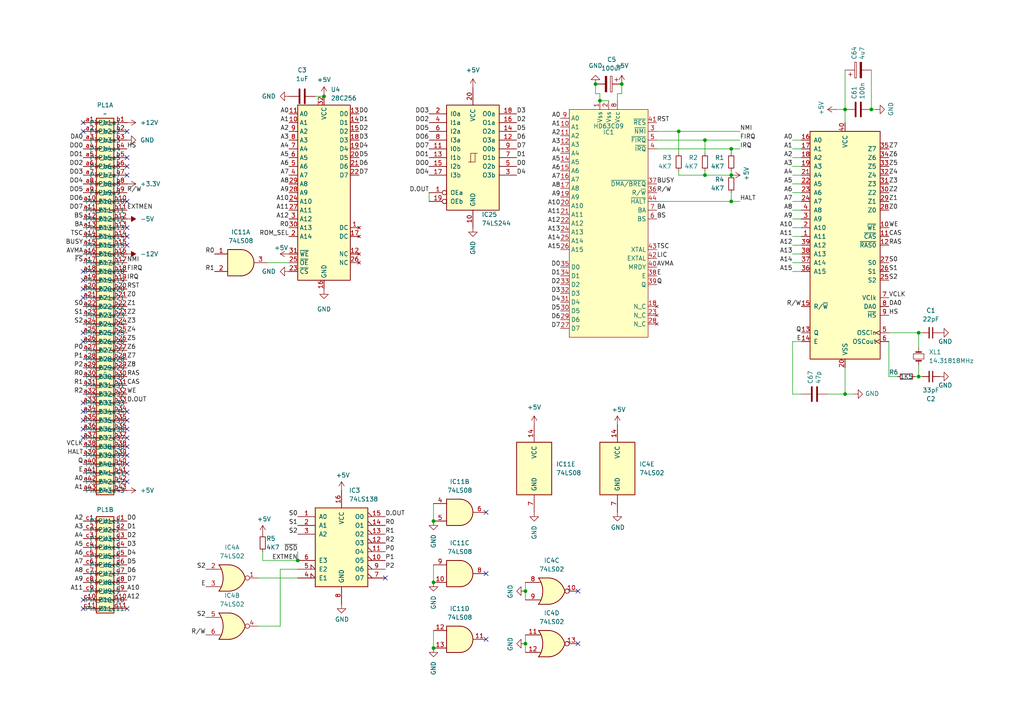
<source format=kicad_sch>
(kicad_sch (version 20250114) (generator "eeschema") (generator_version "9.0")
  (paper "A4")
  (junction (at 152.4 186.69))
  (junction (at 212.09 43.18))
  (junction (at 266.446 109.22))
  (junction (at 180.34 24.384))
  (junction (at 172.72 24.384))
  (junction (at 204.47 40.64))
  (junction (at 152.4 171.45))
  (junction (at 266.446 96.52))
  (junction (at 125.73 151.13))
  (junction (at 196.85 38.1))
  (junction (at 252.73 31.75))
  (junction (at 125.73 168.91))
  (junction (at 245.11 114.3))
  (junction (at 212.09 50.8))
  (junction (at 93.98 27.94))
  (junction (at 173.99 29.21))
  (junction (at 245.11 31.75))
  (junction (at 125.73 187.96))
  (junction (at 86.36 162.56))
  (junction (at 212.09 58.42))
  (junction (at 204.47 50.8))
  (no_connect (at 24.13 176.53))
  (no_connect (at 24.13 127))
  (no_connect (at 140.97 185.42))
  (no_connect (at 24.13 173.99))
  (no_connect (at 24.13 83.82))
  (no_connect (at 140.97 148.59))
  (no_connect (at 36.83 38.1))
  (no_connect (at 24.13 38.1))
  (no_connect (at 36.83 121.92))
  (no_connect (at 24.13 119.38))
  (no_connect (at 24.13 96.52))
  (no_connect (at 36.83 48.26))
  (no_connect (at 36.83 124.46))
  (no_connect (at 24.13 81.28))
  (no_connect (at 24.13 124.46))
  (no_connect (at 36.83 50.8))
  (no_connect (at 111.76 167.64))
  (no_connect (at 36.83 137.16))
  (no_connect (at 36.83 71.12))
  (no_connect (at 24.13 121.92))
  (no_connect (at 36.83 45.72))
  (no_connect (at 36.83 132.08))
  (no_connect (at 36.83 176.53))
  (no_connect (at 36.83 68.58))
  (no_connect (at 167.64 186.69))
  (no_connect (at 24.13 99.06))
  (no_connect (at 24.13 35.56))
  (no_connect (at 140.97 166.37))
  (no_connect (at 36.83 127))
  (no_connect (at 36.83 119.38))
  (no_connect (at 24.13 78.74))
  (no_connect (at 167.64 171.45))
  (no_connect (at 36.83 139.7))
  (no_connect (at 36.83 66.04))
  (no_connect (at 24.13 86.36))
  (no_connect (at 36.83 58.42))
  (no_connect (at 24.13 116.84))
  (no_connect (at 36.83 129.54))
  (no_connect (at 36.83 134.62))
  (wire (pts (xy 245.11 31.75) (xy 242.57 31.75)))
  (wire (pts (xy 152.4 168.91) (xy 152.4 171.45)))
  (wire (pts (xy 266.446 105.918) (xy 266.446 109.22)))
  (wire (pts (xy 125.73 146.05) (xy 125.73 151.13)))
  (wire (pts (xy 232.41 53.34) (xy 229.87 53.34)))
  (wire (pts (xy 232.41 68.58) (xy 229.87 68.58)))
  (wire (pts (xy 93.98 27.94) (xy 91.44 27.94)))
  (wire (pts (xy 152.4 171.45) (xy 152.4 173.99)))
  (wire (pts (xy 81.28 181.61) (xy 74.93 181.61)))
  (wire (pts (xy 257.81 109.22) (xy 260.35 109.22)))
  (wire (pts (xy 93.98 84.074) (xy 93.98 83.82)))
  (wire (pts (xy 214.63 38.1) (xy 196.85 38.1)))
  (wire (pts (xy 229.87 99.06) (xy 232.41 99.06)))
  (wire (pts (xy 214.63 58.42) (xy 212.09 58.42)))
  (wire (pts (xy 124.46 55.88) (xy 124.46 58.42)))
  (wire (pts (xy 267.462 96.52) (xy 266.446 96.52)))
  (wire (pts (xy 232.41 58.42) (xy 229.87 58.42)))
  (wire (pts (xy 214.63 40.64) (xy 204.47 40.64)))
  (wire (pts (xy 93.98 27.686) (xy 93.98 27.94)))
  (wire (pts (xy 229.87 50.8) (xy 232.41 50.8)))
  (wire (pts (xy 173.99 29.21) (xy 173.99 27.178)))
  (wire (pts (xy 245.11 20.32) (xy 245.11 31.75)))
  (wire (pts (xy 190.5 58.42) (xy 212.09 58.42)))
  (wire (pts (xy 152.4 186.69) (xy 152.4 189.23)))
  (wire (pts (xy 190.5 43.18) (xy 212.09 43.18)))
  (wire (pts (xy 266.446 96.52) (xy 266.446 100.838)))
  (wire (pts (xy 76.2 162.56) (xy 86.36 162.56)))
  (wire (pts (xy 245.11 35.56) (xy 245.11 31.75)))
  (wire (pts (xy 196.85 44.45) (xy 196.85 38.1)))
  (wire (pts (xy 257.81 99.06) (xy 257.81 109.22)))
  (wire (pts (xy 245.11 114.3) (xy 245.11 106.68)))
  (wire (pts (xy 214.63 43.18) (xy 212.09 43.18)))
  (wire (pts (xy 190.5 40.64) (xy 204.47 40.64)))
  (wire (pts (xy 232.41 78.74) (xy 229.87 78.74)))
  (wire (pts (xy 229.87 76.2) (xy 232.41 76.2)))
  (wire (pts (xy 229.87 55.88) (xy 232.41 55.88)))
  (wire (pts (xy 173.99 27.178) (xy 172.72 27.178)))
  (wire (pts (xy 86.36 160.02) (xy 86.36 162.56)))
  (wire (pts (xy 76.2 160.02) (xy 76.2 162.56)))
  (wire (pts (xy 229.87 60.96) (xy 232.41 60.96)))
  (wire (pts (xy 204.47 49.53) (xy 204.47 50.8)))
  (wire (pts (xy 179.07 27.178) (xy 180.34 27.178)))
  (wire (pts (xy 204.47 44.45) (xy 204.47 40.64)))
  (wire (pts (xy 179.07 29.21) (xy 179.07 27.178)))
  (wire (pts (xy 180.34 27.178) (xy 180.34 24.384)))
  (wire (pts (xy 190.5 38.1) (xy 196.85 38.1)))
  (wire (pts (xy 204.47 50.8) (xy 196.85 50.8)))
  (wire (pts (xy 232.41 48.26) (xy 229.87 48.26)))
  (wire (pts (xy 83.82 76.2) (xy 77.47 76.2)))
  (wire (pts (xy 86.36 167.64) (xy 74.93 167.64)))
  (wire (pts (xy 81.28 165.1) (xy 86.36 165.1)))
  (wire (pts (xy 125.73 182.88) (xy 125.73 187.96)))
  (wire (pts (xy 152.4 184.15) (xy 152.4 186.69)))
  (wire (pts (xy 212.09 49.53) (xy 212.09 50.8)))
  (wire (pts (xy 232.41 63.5) (xy 229.87 63.5)))
  (wire (pts (xy 204.47 50.8) (xy 212.09 50.8)))
  (wire (pts (xy 229.87 114.3) (xy 229.87 99.06)))
  (wire (pts (xy 81.28 165.1) (xy 81.28 181.61)))
  (wire (pts (xy 267.462 109.22) (xy 266.446 109.22)))
  (wire (pts (xy 252.73 20.32) (xy 252.73 31.75)))
  (wire (pts (xy 172.72 27.178) (xy 172.72 24.384)))
  (wire (pts (xy 240.03 114.3) (xy 245.11 114.3)))
  (wire (pts (xy 232.41 43.18) (xy 229.87 43.18)))
  (wire (pts (xy 266.446 109.22) (xy 265.43 109.22)))
  (wire (pts (xy 125.73 163.83) (xy 125.73 168.91)))
  (wire (pts (xy 196.85 50.8) (xy 196.85 49.53)))
  (wire (pts (xy 229.87 45.72) (xy 232.41 45.72)))
  (wire (pts (xy 173.99 29.21) (xy 176.53 29.21)))
  (wire (pts (xy 212.09 44.45) (xy 212.09 43.18)))
  (wire (pts (xy 247.65 114.3) (xy 245.11 114.3)))
  (wire (pts (xy 266.446 96.52) (xy 257.81 96.52)))
  (wire (pts (xy 252.73 31.75) (xy 254 31.75)))
  (wire (pts (xy 232.41 114.3) (xy 229.87 114.3)))
  (wire (pts (xy 232.41 73.66) (xy 229.87 73.66)))
  (wire (pts (xy 229.87 40.64) (xy 232.41 40.64)))
  (wire (pts (xy 229.87 66.04) (xy 232.41 66.04)))
  (wire (pts (xy 229.87 71.12) (xy 232.41 71.12)))
  (wire (pts (xy 212.09 58.42) (xy 212.09 55.88)))
  (label "A3" (at 162.56 41.91 180))
  (label "E" (at 190.5 80.01 0))
  (label "A4" (at 162.56 44.45 180))
  (label "A7" (at 229.87 58.42 180))
  (label "Q" (at 190.5 82.55 0))
  (label "A14" (at 229.87 76.2 180))
  (label "R{slash}W" (at 190.5 55.88 0))
  (label "D1" (at 36.83 153.67 0))
  (label "A3" (at 229.87 48.26 180))
  (label "A9" (at 229.87 63.5 180))
  (label "A11" (at 83.82 60.96 180))
  (label "A7" (at 83.82 50.8 180))
  (label "Z5" (at 257.81 48.26 0))
  (label "A7" (at 162.56 52.07 180))
  (label "DO3" (at 24.13 50.8 180))
  (label "FIRQ" (at 214.63 40.64 0))
  (label "CAS" (at 257.81 68.58 0))
  (label "D.OUT" (at 124.46 55.88 180))
  (label "DO4" (at 124.46 50.8 180))
  (label "A1" (at 162.56 36.83 180))
  (label "R1" (at 111.76 154.94 0))
  (label "D5" (at 104.14 45.72 0))
  (label "EXTMEN" (at 86.36 162.56 180))
  (label "A4" (at 83.82 43.18 180))
  (label "ROM_SEL" (at 83.82 68.58 180))
  (label "Z2" (at 36.83 91.44 0))
  (label "BA" (at 190.5 60.96 0))
  (label "P2" (at 24.13 106.68 180))
  (label "A6" (at 229.87 55.88 180))
  (label "Z5" (at 36.83 99.06 0))
  (label "A11" (at 162.56 62.23 180))
  (label "R0" (at 111.76 152.4 0))
  (label "P2" (at 111.76 165.1 0))
  (label "HS" (at 36.83 43.18 0))
  (label "A5" (at 162.56 46.99 180))
  (label "DO7" (at 24.13 60.96 180))
  (label "A12" (at 36.83 173.99 0))
  (label "A3" (at 24.13 153.67 180))
  (label "R2" (at 111.76 157.48 0))
  (label "E" (at 59.69 170.18 180))
  (label "A6" (at 162.56 49.53 180))
  (label "DO1" (at 24.13 45.72 180))
  (label "FIRQ" (at 36.83 78.74 0))
  (label "A2" (at 229.87 45.72 180))
  (label "Z6" (at 36.83 101.6 0))
  (label "D2" (at 149.86 35.56 0))
  (label "AVMA" (at 190.5 77.47 0))
  (label "TSC" (at 190.5 72.39 0))
  (label "P0" (at 24.13 101.6 180))
  (label "BUSY" (at 24.13 71.12 180))
  (label "R0" (at 83.82 66.04 180))
  (label "A4" (at 24.13 156.21 180))
  (label "D0" (at 36.83 151.13 0))
  (label "D0" (at 104.14 33.02 0))
  (label "D0" (at 149.86 48.26 0))
  (label "Z0" (at 257.81 60.96 0))
  (label "A11" (at 24.13 171.45 180))
  (label "S2" (at 24.13 93.98 180))
  (label "WE" (at 257.81 66.04 0))
  (label "A5" (at 24.13 158.75 180))
  (label "A10" (at 229.87 66.04 180))
  (label "A12" (at 162.56 64.77 180))
  (label "BUSY" (at 190.5 53.34 0))
  (label "AVMA" (at 24.13 73.66 180))
  (label "D4" (at 36.83 161.29 0))
  (label "D3" (at 36.83 158.75 0))
  (label "R{slash}W" (at 36.83 55.88 0))
  (label "D3" (at 162.56 85.09 180))
  (label "DO1" (at 124.46 45.72 180))
  (label "D2" (at 104.14 38.1 0))
  (label "A10" (at 83.82 58.42 180))
  (label "WE" (at 36.83 114.3 0))
  (label "Z3" (at 36.83 93.98 0))
  (label "~{FS}" (at 24.13 76.2 180))
  (label "VCLK" (at 257.81 86.36 0))
  (label "A0" (at 24.13 139.7 180))
  (label "D0" (at 162.56 77.47 180))
  (label "A2" (at 162.56 39.37 180))
  (label "S2" (at 86.36 154.94 180))
  (label "BS" (at 190.5 63.5 0))
  (label "A6" (at 24.13 161.29 180))
  (label "A13" (at 162.56 67.31 180))
  (label "DO4" (at 24.13 53.34 180))
  (label "DO6" (at 24.13 58.42 180))
  (label "D7" (at 104.14 50.8 0))
  (label "DO3" (at 124.46 33.02 180))
  (label "DO5" (at 24.13 55.88 180))
  (label "D5" (at 162.56 90.17 180))
  (label "R{slash}W" (at 59.69 184.15 180))
  (label "RST" (at 190.5 35.56 0))
  (label "BA" (at 24.13 66.04 180))
  (label "D4" (at 104.14 43.18 0))
  (label "NMI" (at 36.83 76.2 0))
  (label "VCLK" (at 24.13 129.54 180))
  (label "A1" (at 229.87 43.18 180))
  (label "A5" (at 83.82 45.72 180))
  (label "A15" (at 162.56 72.39 180))
  (label "Z6" (at 257.81 45.72 0))
  (label "A4" (at 229.87 50.8 180))
  (label "~{DSD}" (at 86.36 160.02 180))
  (label "DO6" (at 124.46 40.64 180))
  (label "HS" (at 257.81 91.44 0))
  (label "A15" (at 229.87 78.74 180))
  (label "A14" (at 162.56 69.85 180))
  (label "EXTMEN" (at 36.83 60.96 0))
  (label "RST" (at 36.83 83.82 0))
  (label "A11" (at 229.87 68.58 180))
  (label "Q" (at 24.13 134.62 180))
  (label "E" (at 232.41 99.06 180))
  (label "Z8" (at 36.83 106.68 0))
  (label "Z0" (at 36.83 86.36 0))
  (label "S1" (at 257.81 78.74 0))
  (label "D1" (at 104.14 35.56 0))
  (label "A10" (at 162.56 59.69 180))
  (label "DO2" (at 124.46 35.56 180))
  (label "S2" (at 59.69 179.07 180))
  (label "RAS" (at 257.81 71.12 0))
  (label "D3" (at 149.86 33.02 0))
  (label "A12" (at 83.82 63.5 180))
  (label "HALT" (at 24.13 132.08 180))
  (label "TSC" (at 24.13 68.58 180))
  (label "LIC" (at 190.5 74.93 0))
  (label "S1" (at 86.36 152.4 180))
  (label "DO0" (at 124.46 48.26 180))
  (label "Z1" (at 257.81 58.42 0))
  (label "A13" (at 229.87 73.66 180))
  (label "S0" (at 257.81 76.2 0))
  (label "S0" (at 86.36 149.86 180))
  (label "P1" (at 24.13 104.14 180))
  (label "A2" (at 83.82 38.1 180))
  (label "D6" (at 104.14 48.26 0))
  (label "A8" (at 24.13 166.37 180))
  (label "D.OUT" (at 36.83 116.84 0))
  (label "P0" (at 111.76 160.02 0))
  (label "Z1" (at 36.83 88.9 0))
  (label "DA0" (at 257.81 88.9 0))
  (label "D4" (at 162.56 87.63 180))
  (label "IRQ" (at 36.83 81.28 0))
  (label "A8" (at 229.87 60.96 180))
  (label "S1" (at 24.13 91.44 180))
  (label "D7" (at 162.56 95.25 180))
  (label "D2" (at 36.83 156.21 0))
  (label "A8" (at 83.82 53.34 180))
  (label "R2" (at 24.13 114.3 180))
  (label "IRQ" (at 214.63 43.18 0))
  (label "NMI" (at 214.63 38.1 0))
  (label "D7" (at 149.86 43.18 0))
  (label "S0" (at 24.13 88.9 180))
  (label "A0" (at 162.56 34.29 180))
  (label "R{slash}W" (at 232.41 88.9 180))
  (label "S2" (at 257.81 81.28 0))
  (label "Z3" (at 257.81 53.34 0))
  (label "RAS" (at 36.83 109.22 0))
  (label "A8" (at 162.56 54.61 180))
  (label "D6" (at 36.83 166.37 0))
  (label "HALT" (at 214.63 58.42 0))
  (label "D6" (at 162.56 92.71 180))
  (label "A5" (at 229.87 53.34 180))
  (label "Z4" (at 257.81 50.8 0))
  (label "A7" (at 24.13 163.83 180))
  (label "E" (at 24.13 137.16 180))
  (label "Q" (at 232.41 96.52 180))
  (label "D2" (at 162.56 82.55 180))
  (label "R0" (at 24.13 109.22 180))
  (label "R0" (at 62.23 73.66 180))
  (label "Z2" (at 257.81 55.88 0))
  (label "P1" (at 111.76 162.56 0))
  (label "A0" (at 83.82 33.02 180))
  (label "Z7" (at 257.81 43.18 0))
  (label "DO0" (at 24.13 43.18 180))
  (label "A9" (at 83.82 55.88 180))
  (label "D7" (at 36.83 168.91 0))
  (label "BS" (at 24.13 63.5 180))
  (label "S2" (at 59.69 165.1 180))
  (label "R1" (at 24.13 111.76 180))
  (label "A12" (at 229.87 71.12 180))
  (label "A10" (at 36.83 171.45 0))
  (label "DO2" (at 24.13 48.26 180))
  (label "A1" (at 24.13 142.24 180))
  (label "R1" (at 62.23 78.74 180))
  (label "DO5" (at 124.46 38.1 180))
  (label "A2" (at 24.13 151.13 180))
  (label "D4" (at 149.86 50.8 0))
  (label "A6" (at 83.82 48.26 180))
  (label "D1" (at 162.56 80.01 180))
  (label "DO7" (at 124.46 43.18 180))
  (label "D1" (at 149.86 45.72 0))
  (label "D5" (at 36.83 163.83 0))
  (label "D6" (at 149.86 40.64 0))
  (label "D5" (at 149.86 38.1 0))
  (label "Z4" (at 36.83 96.52 0))
  (label "D.OUT" (at 111.76 149.86 0))
  (label "CAS" (at 36.83 111.76 0))
  (label "A1" (at 83.82 35.56 180))
  (label "Z7" (at 36.83 104.14 0))
  (label "A0" (at 229.87 40.64 180))
  (label "DA0" (at 24.13 40.64 180))
  (label "D3" (at 104.14 40.64 0))
  (label "A3" (at 83.82 40.64 180))
  (label "A9" (at 24.13 168.91 180))
  (label "A9" (at 162.56 57.15 180))
  (symbol (lib_id "dragon64:6883") (at 245.11 71.12 0) (unit 1)
    (property "Reference" "IC39" (effects (hide yes)))
    (property "Value" "6883" (effects (hide yes)))
    (property "Footprint" "Package_DIP:DIP-40_W15.24mm_Socket" (effects (hide yes)))
  )
  (symbol (lib_id "power:GND") (at 247.65 114.3 90) (unit 1)
    (property "Reference" "#PWR0102" (effects (hide yes)))
    (property "Value" "GND" (at 250.9012 114.173 90) (effects (justify right)))
  )
  (symbol (lib_id "power:+5V") (at 242.57 31.75 90) (unit 1)
    (property "Reference" "#PWR0104" (effects (hide yes)))
    (property "Value" "+5V" (at 238.1758 31.369 0))
  )
  (symbol (lib_id "Device:C_Polarized") (at 248.92 20.32 90) (unit 1)
    (property "Reference" "C64" (at 247.7516 17.3228 0) (effects (justify left)))
    (property "Value" "4u7" (at 250.063 17.3228 0) (effects (justify left)))
    (property "Footprint" "Capacitor_THT:CP_Radial_Tantal_D4.5mm_P2.50mm" (effects (hide yes)))
  )
  (symbol (lib_id "power:GND") (at 254 31.75 90) (unit 1)
    (property "Reference" "#PWR0118" (effects (hide yes)))
    (property "Value" "GND" (at 258.3942 31.623 0))
  )
  (symbol (lib_id "74xx:74LS244") (at 137.16 45.72 0) (unit 1)
    (property "Reference" "IC25" (at 139.7 62.23 0) (effects (justify left)))
    (property "Value" "74LS244" (at 139.7 64.77 0) (effects (justify left)))
    (property "Footprint" "Package_DIP:DIP-20_W7.62mm_Socket" (effects (hide yes)))
    (property "Datasheet" "http://www.ti.com/lit/ds/symlink/sn74ls244.pdf" (effects (hide yes)))
  )
  (symbol (lib_id "Device:C") (at 248.92 31.75 270) (unit 1)
    (property "Reference" "C61" (at 247.7516 28.829 0) (effects (justify right)))
    (property "Value" "100n" (at 250.063 28.829 0) (effects (justify right)))
    (property "Footprint" "Capacitor_THT:C_Disc_D6.0mm_W2.5mm_P5.00mm" (effects (hide yes)))
  )
  (symbol (lib_id "Device:C") (at 236.22 114.3 270) (unit 1)
    (property "Reference" "C67" (at 235.0516 111.379 0) (effects (justify right)))
    (property "Value" "47p" (at 237.363 111.379 0) (effects (justify right)))
    (property "Footprint" "Capacitor_THT:C_Disc_D6.0mm_W2.5mm_P5.00mm" (effects (hide yes)))
  )
  (symbol (lib_id "power:GND") (at 152.4 186.69 270) (unit 1)
    (property "Reference" "#PWR0152" (effects (hide yes)))
    (property "Value" "GND" (at 148.0058 186.817 0))
  )
  (symbol (lib_id "power:+5V") (at 76.2 154.94 0) (unit 1)
    (property "Reference" "#PWR0126" (effects (hide yes)))
    (property "Value" "+5V" (at 76.581 150.5458 0))
  )
  (symbol (lib_id "power:+5V") (at 83.82 73.66 90) (unit 1)
    (property "Reference" "#PWR011" (effects (hide yes)))
    (property "Value" "+5V" (at 79.502 71.882 90) (effects (justify right)))
  )
  (symbol (lib_id "power:+5V") (at 180.34 24.384 0) (unit 1)
    (property "Reference" "#PWR09" (effects (hide yes)))
    (property "Value" "+5V" (at 180.34 19.05 0))
  )
  (symbol (lib_id "power:+5V") (at 154.94 123.19 0) (unit 1)
    (property "Reference" "#PWR051" (effects (hide yes)))
    (property "Value" "+5V" (at 154.94 118.11 0))
    (property "Description" "Power symbol creates a global label with name \"+5V\"" (effects (hide yes)))
  )
  (symbol (lib_id "power:GND") (at 125.73 168.91 0) (mirror y) (unit 1)
    (property "Reference" "#PWR020" (effects (hide yes)))
    (property "Value" "GND" (at 125.7301 172.72 90) (effects (justify right)))
    (property "Description" "Power symbol creates a global label with name \"GND\" , ground" (effects (hide yes)))
  )
  (symbol (lib_id "power:+5V") (at 212.09 50.8 270) (mirror x) (unit 1)
    (property "Reference" "#PWR0123" (effects (hide yes)))
    (property "Value" "+5V" (at 216.4842 50.419 0))
  )
  (symbol (lib_id "74xx:74LS02") (at 179.07 135.89 0) (unit 5)
    (property "Reference" "IC4" (at 185.42 134.6199 0) (effects (justify left)))
    (property "Value" "74LS02" (at 185.42 137.1599 0) (effects (justify left)))
    (property "Footprint" "Package_DIP:DIP-14_W7.62mm" (effects (hide yes)))
    (property "Datasheet" "http://www.ti.com/lit/gpn/sn74ls02" (effects (hide yes)))
    (property "Description" "quad 2-input NOR gate" (effects (hide yes)))
  )
  (symbol (lib_id "power:+5V") (at 36.83 142.24 270) (unit 1)
    (property "Reference" "#PWR031" (effects (hide yes)))
    (property "Value" "+5V" (at 40.64 142.2399 90) (effects (justify left)))
    (property "Description" "Power symbol creates a global label with name \"+5V\"" (effects (hide yes)))
  )
  (symbol (lib_id "power:+3.3V") (at 36.83 53.34 270) (unit 1)
    (property "Reference" "#PWR03" (effects (hide yes)))
    (property "Value" "+3.3V" (at 40.64 53.3399 90) (effects (justify left)))
    (property "Description" "Power symbol creates a global label with name \"+3.3V\"" (effects (hide yes)))
  )
  (symbol (lib_id "74xx:74LS08") (at 133.35 148.59 0) (unit 2)
    (property "Reference" "IC11" (at 133.3417 139.7 0))
    (property "Value" "74LS08" (at 133.3417 142.24 0))
    (property "Footprint" "Package_DIP:DIP-14_W7.62mm" (effects (hide yes)))
    (property "Datasheet" "http://www.ti.com/lit/gpn/sn74LS08" (effects (hide yes)))
    (property "Description" "Quad And2" (effects (hide yes)))
  )
  (symbol (lib_id "Device:C") (at 87.63 27.94 90) (unit 1)
    (property "Reference" "C3" (at 87.63 20.32 90))
    (property "Value" "1uF" (at 87.63 22.86 90))
    (property "Footprint" "Capacitor_THT:C_Disc_D4.7mm_W2.5mm_P5.00mm" (effects (hide yes)))
  )
  (symbol (lib_id "Device:R_Small") (at 212.09 53.34 0) (mirror y) (unit 1)
    (property "Reference" "R4" (at 210.058 52.0699 0) (effects (justify left)))
    (property "Value" "4K7" (at 210.058 54.6099 0) (effects (justify left)))
    (property "Footprint" "Resistor_THT:R_Axial_DIN0207_L6.3mm_D2.5mm_P10.16mm_Horizontal" (effects (hide yes)))
    (property "DigiKey" "CF14JT4K70CT-ND" (effects (hide yes)))
  )
  (symbol (lib_id "power:-12V") (at 36.83 73.66 270) (unit 1)
    (property "Reference" "#PWR04" (effects (hide yes)))
    (property "Value" "-12V" (at 40.64 73.6599 90) (effects (justify left)))
    (property "Description" "Power symbol creates a global label with name \"-12V\"" (effects (hide yes)))
  )
  (symbol (lib_id "Device:R_Small") (at 76.2 157.48 0) (unit 1)
    (property "Reference" "R5" (at 77.216 156.21 0) (effects (justify left)))
    (property "Value" "4K7" (at 77.216 158.75 0) (effects (justify left)))
    (property "Footprint" "Resistor_THT:R_Axial_DIN0207_L6.3mm_D2.5mm_P10.16mm_Horizontal" (effects (hide yes)))
    (property "DigiKey" "CF14JT4K70CT-ND" (effects (hide yes)))
  )
  (symbol (lib_id "power:GND") (at 83.82 78.74 270) (unit 1)
    (property "Reference" "#PWR024" (effects (hide yes)))
    (property "Value" "GND" (at 80.01 78.7399 90) (effects (justify right)))
  )
  (symbol (lib_id "Device:R_Small") (at 262.89 109.22 90) (mirror x) (unit 1)
    (property "Reference" "R6" (at 259.207 107.95 90))
    (property "Value" "1K5" (at 262.89 109.22 90))
    (property "Footprint" "Resistor_THT:R_Axial_DIN0207_L6.3mm_D2.5mm_P10.16mm_Horizontal" (effects (hide yes)))
    (property "DigiKey" "CF14JT1K50CT-ND" (effects (hide yes)))
  )
  (symbol (lib_id "Device:C_Small") (at 270.002 109.22 270) (unit 1)
    (property "Reference" "C2" (at 269.9957 115.697 90))
    (property "Value" "33pF" (at 269.9957 113.157 90))
    (property "Footprint" "Capacitor_THT:C_Disc_D3.0mm_W2.0mm_P2.50mm" (effects (hide yes)))
    (property "Datasheet" "https://www.vishay.com/docs/45171/kseries.pdf" (effects (hide yes)))
    (property "DigiKey" "BC1007CT-ND" (effects (hide yes)))
  )
  (symbol (lib_id "74xx:74LS02") (at 160.02 186.69 0) (unit 4)
    (property "Reference" "IC4" (at 160.02 177.8 0))
    (property "Value" "74LS02" (at 160.02 180.34 0))
    (property "Footprint" "Package_DIP:DIP-14_W7.62mm" (effects (hide yes)))
    (property "Datasheet" "http://www.ti.com/lit/gpn/sn74ls02" (effects (hide yes)))
    (property "Description" "quad 2-input NOR gate" (effects (hide yes)))
  )
  (symbol (lib_id "power:GND") (at 172.72 24.384 180) (unit 1)
    (property "Reference" "#PWR07" (effects (hide yes)))
    (property "Value" "GND" (at 172.72 19.05 0))
  )
  (symbol (lib_id "power:+5V") (at 179.07 123.19 0) (unit 1)
    (property "Reference" "#PWR0125" (effects (hide yes)))
    (property "Value" "+5V" (at 179.451 118.7958 0))
  )
  (symbol (lib_id "power:GND") (at 125.73 187.96 0) (mirror y) (unit 1)
    (property "Reference" "#PWR021" (effects (hide yes)))
    (property "Value" "GND" (at 125.7301 191.77 90) (effects (justify right)))
    (property "Description" "Power symbol creates a global label with name \"GND\" , ground" (effects (hide yes)))
  )
  (symbol (lib_id "power:GND") (at 137.16 66.04 0) (mirror y) (unit 1)
    (property "Reference" "#PWR08" (effects (hide yes)))
    (property "Value" "GND" (at 137.1601 69.85 90) (effects (justify right)))
    (property "Description" "Power symbol creates a global label with name \"GND\" , ground" (effects (hide yes)))
  )
  (symbol (lib_id "Device:C_Small") (at 270.002 96.52 270) (mirror x) (unit 1)
    (property "Reference" "C1" (at 269.9957 90.043 90))
    (property "Value" "22pF" (at 269.9957 92.583 90))
    (property "Footprint" "Capacitor_THT:C_Disc_D3.0mm_W2.0mm_P2.50mm" (effects (hide yes)))
    (property "Datasheet" "https://connect.kemet.com:7667/gateway/IntelliData-ComponentDocumentation/1.0/download/datasheet/C315C220K2G5TA7301" (effects (hide yes)))
    (property "DigiKey" "399-13930-1-ND" (effects (hide yes)))
  )
  (symbol (lib_id "74xx:74LS138") (at 99.06 157.48 0) (unit 1)
    (property "Reference" "IC3" (at 101.2033 142.24 0) (effects (justify left)))
    (property "Value" "74LS138" (at 101.2033 144.78 0) (effects (justify left)))
    (property "Footprint" "Package_DIP:DIP-16_W7.62mm" (effects (hide yes)))
    (property "Datasheet" "http://www.ti.com/lit/gpn/sn74LS138" (effects (hide yes)))
    (property "Description" "Decoder 3 to 8 active low outputs" (effects (hide yes)))
  )
  (symbol (lib_id "74xx:74LS08") (at 133.35 185.42 0) (unit 4)
    (property "Reference" "IC11" (at 133.3417 176.53 0))
    (property "Value" "74LS08" (at 133.3417 179.07 0))
    (property "Footprint" "Package_DIP:DIP-14_W7.62mm" (effects (hide yes)))
    (property "Datasheet" "http://www.ti.com/lit/gpn/sn74LS08" (effects (hide yes)))
    (property "Description" "Quad And2" (effects (hide yes)))
  )
  (symbol (lib_id "power:GND") (at 36.83 40.64 90) (mirror x) (unit 1)
    (property "Reference" "#PWR02" (effects (hide yes)))
    (property "Value" "GND" (at 40.64 40.6399 90) (effects (justify right)))
    (property "Description" "Power symbol creates a global label with name \"GND\" , ground" (effects (hide yes)))
  )
  (symbol (lib_id "74xx:74LS08") (at 133.35 166.37 0) (unit 3)
    (property "Reference" "IC11" (at 133.3417 157.48 0))
    (property "Value" "74LS08" (at 133.3417 160.02 0))
    (property "Footprint" "Package_DIP:DIP-14_W7.62mm" (effects (hide yes)))
    (property "Datasheet" "http://www.ti.com/lit/gpn/sn74LS08" (effects (hide yes)))
    (property "Description" "Quad And2" (effects (hide yes)))
  )
  (symbol (lib_id "power:GND") (at 99.06 175.26 0) (unit 1)
    (property "Reference" "#PWR0149" (effects (hide yes)))
    (property "Value" "GND" (at 99.187 179.6542 0))
  )
  (symbol (lib_id "74xx:74LS02") (at 160.02 171.45 0) (unit 3)
    (property "Reference" "IC4" (at 160.02 162.56 0))
    (property "Value" "74LS02" (at 160.02 165.1 0))
    (property "Footprint" "Package_DIP:DIP-14_W7.62mm" (effects (hide yes)))
    (property "Datasheet" "http://www.ti.com/lit/gpn/sn74ls02" (effects (hide yes)))
    (property "Description" "quad 2-input NOR gate" (effects (hide yes)))
  )
  (symbol (lib_id "74xx:74LS02") (at 67.31 181.61 0) (unit 2)
    (property "Reference" "IC4" (at 67.31 172.72 0))
    (property "Value" "74LS02" (at 67.31 175.26 0))
    (property "Footprint" "Package_DIP:DIP-14_W7.62mm" (effects (hide yes)))
    (property "Datasheet" "http://www.ti.com/lit/gpn/sn74ls02" (effects (hide yes)))
    (property "Description" "quad 2-input NOR gate" (effects (hide yes)))
  )
  (symbol (lib_id "power:+12V") (at 36.83 35.56 270) (unit 1)
    (property "Reference" "#PWR01" (effects (hide yes)))
    (property "Value" "+12V" (at 40.64 35.5599 90) (effects (justify left)))
    (property "Description" "Power symbol creates a global label with name \"+12V\"" (effects (hide yes)))
  )
  (symbol (lib_id "74xx:74LS08") (at 69.85 76.2 0) (unit 1)
    (property "Reference" "IC11" (at 69.8417 67.31 0))
    (property "Value" "74LS08" (at 69.8417 69.85 0))
    (property "Footprint" "Package_DIP:DIP-14_W7.62mm" (effects (hide yes)))
    (property "Datasheet" "http://www.ti.com/lit/gpn/sn74LS08" (effects (hide yes)))
    (property "Description" "Quad And2" (effects (hide yes)))
  )
  (symbol (lib_id "power:GND") (at 154.94 148.59 0) (mirror y) (unit 1)
    (property "Reference" "#PWR018" (effects (hide yes)))
    (property "Value" "GND" (at 154.9401 152.4 90) (effects (justify right)))
    (property "Description" "Power symbol creates a global label with name \"GND\" , ground" (effects (hide yes)))
  )
  (symbol (lib_id "power:-5V") (at 36.83 63.5 270) (unit 1)
    (property "Reference" "#PWR017" (effects (hide yes)))
    (property "Value" "-5V" (at 40.64 63.4999 90) (effects (justify left)))
    (property "Description" "Power symbol creates a global label with name \"-5V\"" (effects (hide yes)))
  )
  (symbol (lib_id "Library:Card_Edge") (at 30.48 88.9 0) (unit 1)
    (property "Reference" "PL1" (at 30.48 30.48 0))
    (property "Value" "~" (at 30.48 33.02 0))
    (property "Footprint" "Library:Card_Edge" (effects (hide yes)))
  )
  (symbol (lib_id "Device:Crystal_Small") (at 266.446 103.378 270) (unit 1)
    (property "Reference" "XL1" (at 269.367 102.1079 90) (effects (justify left)))
    (property "Value" "14.31818MHz" (at 269.367 104.6479 90) (effects (justify left)))
    (property "Footprint" "Crystal:Crystal_HC49-U_Vertical" (effects (hide yes)))
    (property "Datasheet" "https://www.ctscorp.com/wp-content/uploads/MP.pdf" (effects (hide yes)))
    (property "DigiKey" "CTX088-ND" (effects (hide yes)))
  )
  (symbol (lib_id "power:+5V") (at 99.06 142.24 0) (unit 1)
    (property "Reference" "#PWR0124" (effects (hide yes)))
    (property "Value" "+5V" (at 99.441 137.8458 0))
  )
  (symbol (lib_id "Device:R_Small") (at 204.47 46.99 0) (mirror y) (unit 1)
    (property "Reference" "R2" (at 202.438 45.7199 0) (effects (justify left)))
    (property "Value" "4K7" (at 202.438 48.2599 0) (effects (justify left)))
    (property "Footprint" "Resistor_THT:R_Axial_DIN0207_L6.3mm_D2.5mm_P10.16mm_Horizontal" (effects (hide yes)))
    (property "DigiKey" "CF14JT4K70CT-ND" (effects (hide yes)))
  )
  (symbol (lib_name "Card_Edge_1") (lib_id "Library:Card_Edge") (at 30.48 163.83 0) (unit 2)
    (property "Reference" "PL1" (at 30.48 147.828 0))
    (property "Value" "~" (at 30.48 107.95 0))
    (property "Footprint" "Library:Card_Edge" (effects (hide yes)))
  )
  (symbol (lib_id "6309sbc:28C256plcc") (at 93.98 55.88 0) (unit 1)
    (property "Reference" "U4" (at 95.9359 25.9588 0) (effects (justify left)))
    (property "Value" "28C256" (at 95.9359 28.4988 0) (effects (justify left)))
    (property "Footprint" "Library:PLCC-32_THT-Socket" (effects (hide yes)))
    (property "Datasheet" "http://ww1.microchip.com/downloads/en/DeviceDoc/doc0006.pdf" (effects (hide yes)))
  )
  (symbol (lib_id "power:GND") (at 83.82 27.94 270) (unit 1)
    (property "Reference" "#PWR022" (effects (hide yes)))
    (property "Value" "GND" (at 80.01 27.9399 90) (effects (justify right)))
  )
  (symbol (lib_id "power:+5V") (at 137.16 25.4 0) (unit 1)
    (property "Reference" "#PWR050" (effects (hide yes)))
    (property "Value" "+5V" (at 137.16 20.32 0))
    (property "Description" "Power symbol creates a global label with name \"+5V\"" (effects (hide yes)))
  )
  (symbol (lib_id "power:GND") (at 179.07 148.59 0) (unit 1)
    (property "Reference" "#PWR0150" (effects (hide yes)))
    (property "Value" "GND" (at 179.197 152.9842 0))
  )
  (symbol (lib_id "power:GND") (at 272.542 109.22 90) (mirror x) (unit 1)
    (property "Reference" "#PWR0136" (effects (hide yes)))
    (property "Value" "GND" (at 276.225 111.76 90) (effects (justify left)))
  )
  (symbol (lib_id "Device:R_Small") (at 196.85 46.99 0) (mirror y) (unit 1)
    (property "Reference" "R3" (at 194.818 45.7199 0) (effects (justify left)))
    (property "Value" "4K7" (at 194.818 48.2599 0) (effects (justify left)))
    (property "Footprint" "Resistor_THT:R_Axial_DIN0207_L6.3mm_D2.5mm_P10.16mm_Horizontal" (effects (hide yes)))
    (property "DigiKey" "CF14JT4K70CT-ND" (effects (hide yes)))
  )
  (symbol (lib_id "74xx:74LS02") (at 67.31 167.64 0) (unit 1)
    (property "Reference" "IC4" (at 67.31 158.75 0))
    (property "Value" "74LS02" (at 67.31 161.29 0))
    (property "Footprint" "Package_DIP:DIP-14_W7.62mm" (effects (hide yes)))
    (property "Datasheet" "http://www.ti.com/lit/gpn/sn74ls02" (effects (hide yes)))
    (property "Description" "quad 2-input NOR gate" (effects (hide yes)))
  )
  (symbol (lib_id "74xx:74LS08") (at 154.94 135.89 0) (unit 5)
    (property "Reference" "IC11" (at 161.29 134.6199 0) (effects (justify left)))
    (property "Value" "74LS08" (at 161.29 137.1599 0) (effects (justify left)))
    (property "Footprint" "Package_DIP:DIP-14_W7.62mm" (effects (hide yes)))
    (property "Datasheet" "http://www.ti.com/lit/gpn/sn74LS08" (effects (hide yes)))
    (property "Description" "Quad And2" (effects (hide yes)))
  )
  (symbol (lib_id "power:GND") (at 152.4 171.45 270) (unit 1)
    (property "Reference" "#PWR0151" (effects (hide yes)))
    (property "Value" "GND" (at 148.0058 171.577 0))
  )
  (symbol (lib_id "Device:R_Small") (at 212.09 46.99 0) (mirror y) (unit 1)
    (property "Reference" "R1" (at 210.058 45.7199 0) (effects (justify left)))
    (property "Value" "4K7" (at 210.058 48.2599 0) (effects (justify left)))
    (property "Footprint" "Resistor_THT:R_Axial_DIN0207_L6.3mm_D2.5mm_P10.16mm_Horizontal" (effects (hide yes)))
    (property "DigiKey" "CF14JT4K70CT-ND" (effects (hide yes)))
  )
  (symbol (lib_id "Device:C_Polarized") (at 176.53 24.384 270) (unit 1)
    (property "Reference" "C5" (at 177.419 17.272 90))
    (property "Value" "100uF" (at 177.419 19.812 90))
    (property "Footprint" "Capacitor_THT:CP_Radial_D6.3mm_P2.50mm" (effects (hide yes)))
  )
  (symbol (lib_id "power:GND") (at 272.542 96.52 90) (mirror x) (unit 1)
    (property "Reference" "#PWR0135" (effects (hide yes)))
    (property "Value" "GND" (at 276.225 99.06 90) (effects (justify left)))
  )
  (symbol (lib_id "power:GND") (at 125.73 151.13 0) (mirror y) (unit 1)
    (property "Reference" "#PWR019" (effects (hide yes)))
    (property "Value" "GND" (at 125.7301 154.94 90) (effects (justify right)))
    (property "Description" "Power symbol creates a global label with name \"GND\" , ground" (effects (hide yes)))
  )
  (symbol (lib_id "power:GND") (at 93.98 84.074 0) (unit 1)
    (property "Reference" "#PWR013" (effects (hide yes)))
    (property "Value" "GND" (at 93.98 89.662 0))
  )
  (symbol (lib_id "power:+5V") (at 93.98 27.686 0) (unit 1)
    (property "Reference" "#PWR012" (effects (hide yes)))
    (property "Value" "+5V" (at 93.98 23.114 0))
  )
  (symbol (lib_id "6309sbc:HD63C09") (at 176.53 59.69 0) (unit 1)
    (property "Reference" "IC1" (at 176.53 38.354 0))
    (property "Value" "HD63C09" (at 176.53 36.576 0))
    (property "Footprint" "Library:PLCC-44_THT-Socket" (effects (hide yes)))
  )
)
</source>
